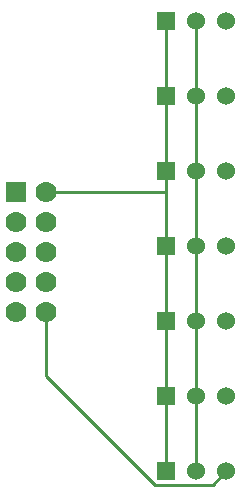
<source format=gtl>
G04 (created by PCBNEW (2013-jul-07)-stable) date Thu 17 Jan 2019 05:41:25 PM PST*
%MOIN*%
G04 Gerber Fmt 3.4, Leading zero omitted, Abs format*
%FSLAX34Y34*%
G01*
G70*
G90*
G04 APERTURE LIST*
%ADD10C,0.00590551*%
%ADD11R,0.07X0.07*%
%ADD12C,0.07*%
%ADD13R,0.06X0.06*%
%ADD14C,0.06*%
%ADD15C,0.01*%
G04 APERTURE END LIST*
G54D10*
G54D11*
X22500Y-28200D03*
G54D12*
X23500Y-28200D03*
X22500Y-29200D03*
X23500Y-29200D03*
X22500Y-30200D03*
X23500Y-30200D03*
X22500Y-31200D03*
X23500Y-31200D03*
X22500Y-32200D03*
X23500Y-32200D03*
G54D13*
X27500Y-22500D03*
G54D14*
X28500Y-22500D03*
X29500Y-22500D03*
G54D13*
X27500Y-25000D03*
G54D14*
X28500Y-25000D03*
X29500Y-25000D03*
G54D13*
X27500Y-27500D03*
G54D14*
X28500Y-27500D03*
X29500Y-27500D03*
G54D13*
X27500Y-30000D03*
G54D14*
X28500Y-30000D03*
X29500Y-30000D03*
G54D13*
X27500Y-32500D03*
G54D14*
X28500Y-32500D03*
X29500Y-32500D03*
G54D13*
X27500Y-35000D03*
G54D14*
X28500Y-35000D03*
X29500Y-35000D03*
G54D13*
X27500Y-37500D03*
G54D14*
X28500Y-37500D03*
X29500Y-37500D03*
G54D15*
X27500Y-37500D02*
X27500Y-35000D01*
X27500Y-35000D02*
X27500Y-32500D01*
X27500Y-32500D02*
X27500Y-30000D01*
X27500Y-25000D02*
X27500Y-22500D01*
X27500Y-27500D02*
X27500Y-25000D01*
X27500Y-28200D02*
X23500Y-28200D01*
X27500Y-30000D02*
X27500Y-28200D01*
X27500Y-28200D02*
X27500Y-27500D01*
X28500Y-37500D02*
X28500Y-35000D01*
X28500Y-35000D02*
X28500Y-32500D01*
X28500Y-32500D02*
X28500Y-30000D01*
X28500Y-30000D02*
X28500Y-27500D01*
X28500Y-27500D02*
X28500Y-25000D01*
X28500Y-25000D02*
X28500Y-22500D01*
X23500Y-34321D02*
X23500Y-32200D01*
X27128Y-37950D02*
X23500Y-34321D01*
X29049Y-37950D02*
X27128Y-37950D01*
X29500Y-37500D02*
X29049Y-37950D01*
M02*

</source>
